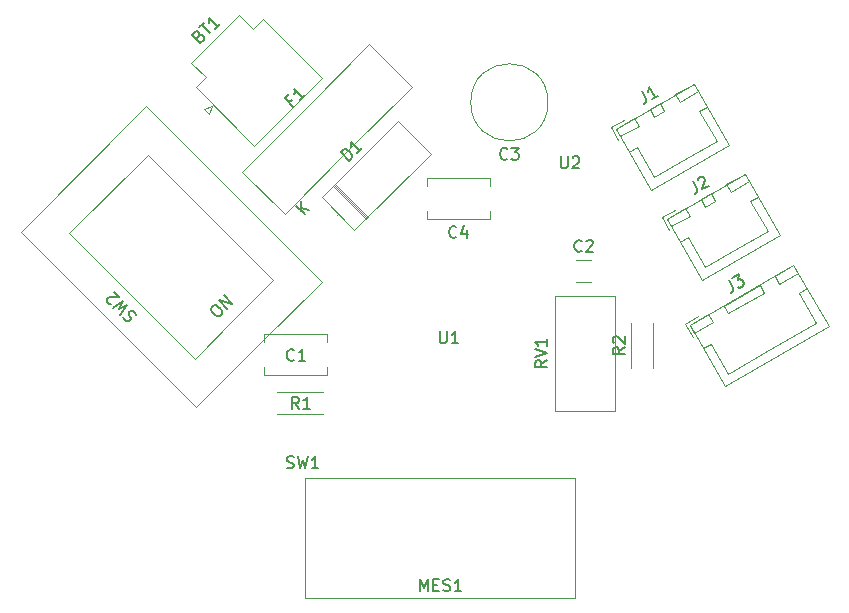
<source format=gbr>
%TF.GenerationSoftware,KiCad,Pcbnew,(6.0.11)*%
%TF.CreationDate,2023-09-02T14:35:36+09:00*%
%TF.ProjectId,psu_board,7073755f-626f-4617-9264-2e6b69636164,rev?*%
%TF.SameCoordinates,Original*%
%TF.FileFunction,Legend,Top*%
%TF.FilePolarity,Positive*%
%FSLAX46Y46*%
G04 Gerber Fmt 4.6, Leading zero omitted, Abs format (unit mm)*
G04 Created by KiCad (PCBNEW (6.0.11)) date 2023-09-02 14:35:36*
%MOMM*%
%LPD*%
G01*
G04 APERTURE LIST*
%ADD10C,0.150000*%
%ADD11C,0.120000*%
G04 APERTURE END LIST*
D10*
%TO.C,MES1*%
X61931904Y-126097380D02*
X61931904Y-125097380D01*
X62265238Y-125811666D01*
X62598571Y-125097380D01*
X62598571Y-126097380D01*
X63074761Y-125573571D02*
X63408095Y-125573571D01*
X63550952Y-126097380D02*
X63074761Y-126097380D01*
X63074761Y-125097380D01*
X63550952Y-125097380D01*
X63931904Y-126049761D02*
X64074761Y-126097380D01*
X64312857Y-126097380D01*
X64408095Y-126049761D01*
X64455714Y-126002142D01*
X64503333Y-125906904D01*
X64503333Y-125811666D01*
X64455714Y-125716428D01*
X64408095Y-125668809D01*
X64312857Y-125621190D01*
X64122380Y-125573571D01*
X64027142Y-125525952D01*
X63979523Y-125478333D01*
X63931904Y-125383095D01*
X63931904Y-125287857D01*
X63979523Y-125192619D01*
X64027142Y-125145000D01*
X64122380Y-125097380D01*
X64360476Y-125097380D01*
X64503333Y-125145000D01*
X65455714Y-126097380D02*
X64884285Y-126097380D01*
X65170000Y-126097380D02*
X65170000Y-125097380D01*
X65074761Y-125240238D01*
X64979523Y-125335476D01*
X64884285Y-125383095D01*
%TO.C,C4*%
X65033333Y-96097142D02*
X64985714Y-96144761D01*
X64842857Y-96192380D01*
X64747619Y-96192380D01*
X64604761Y-96144761D01*
X64509523Y-96049523D01*
X64461904Y-95954285D01*
X64414285Y-95763809D01*
X64414285Y-95620952D01*
X64461904Y-95430476D01*
X64509523Y-95335238D01*
X64604761Y-95240000D01*
X64747619Y-95192380D01*
X64842857Y-95192380D01*
X64985714Y-95240000D01*
X65033333Y-95287619D01*
X65890476Y-95525714D02*
X65890476Y-96192380D01*
X65652380Y-95144761D02*
X65414285Y-95859047D01*
X66033333Y-95859047D01*
%TO.C,SW1*%
X50676666Y-115644761D02*
X50819523Y-115692380D01*
X51057619Y-115692380D01*
X51152857Y-115644761D01*
X51200476Y-115597142D01*
X51248095Y-115501904D01*
X51248095Y-115406666D01*
X51200476Y-115311428D01*
X51152857Y-115263809D01*
X51057619Y-115216190D01*
X50867142Y-115168571D01*
X50771904Y-115120952D01*
X50724285Y-115073333D01*
X50676666Y-114978095D01*
X50676666Y-114882857D01*
X50724285Y-114787619D01*
X50771904Y-114740000D01*
X50867142Y-114692380D01*
X51105238Y-114692380D01*
X51248095Y-114740000D01*
X51581428Y-114692380D02*
X51819523Y-115692380D01*
X52010000Y-114978095D01*
X52200476Y-115692380D01*
X52438571Y-114692380D01*
X53343333Y-115692380D02*
X52771904Y-115692380D01*
X53057619Y-115692380D02*
X53057619Y-114692380D01*
X52962380Y-114835238D01*
X52867142Y-114930476D01*
X52771904Y-114978095D01*
%TO.C,U1*%
X63629095Y-104112380D02*
X63629095Y-104921904D01*
X63676714Y-105017142D01*
X63724333Y-105064761D01*
X63819571Y-105112380D01*
X64010047Y-105112380D01*
X64105285Y-105064761D01*
X64152904Y-105017142D01*
X64200523Y-104921904D01*
X64200523Y-104112380D01*
X65200523Y-105112380D02*
X64629095Y-105112380D01*
X64914809Y-105112380D02*
X64914809Y-104112380D01*
X64819571Y-104255238D01*
X64724333Y-104350476D01*
X64629095Y-104398095D01*
%TO.C,C3*%
X69353333Y-89477142D02*
X69305714Y-89524761D01*
X69162857Y-89572380D01*
X69067619Y-89572380D01*
X68924761Y-89524761D01*
X68829523Y-89429523D01*
X68781904Y-89334285D01*
X68734285Y-89143809D01*
X68734285Y-89000952D01*
X68781904Y-88810476D01*
X68829523Y-88715238D01*
X68924761Y-88620000D01*
X69067619Y-88572380D01*
X69162857Y-88572380D01*
X69305714Y-88620000D01*
X69353333Y-88667619D01*
X69686666Y-88572380D02*
X70305714Y-88572380D01*
X69972380Y-88953333D01*
X70115238Y-88953333D01*
X70210476Y-89000952D01*
X70258095Y-89048571D01*
X70305714Y-89143809D01*
X70305714Y-89381904D01*
X70258095Y-89477142D01*
X70210476Y-89524761D01*
X70115238Y-89572380D01*
X69829523Y-89572380D01*
X69734285Y-89524761D01*
X69686666Y-89477142D01*
%TO.C,J3*%
X88078016Y-99795361D02*
X88435159Y-100413951D01*
X88465348Y-100561478D01*
X88430488Y-100691576D01*
X88330580Y-100804244D01*
X88248101Y-100851863D01*
X88407930Y-99604885D02*
X88944041Y-99295361D01*
X88845842Y-99791942D01*
X88969560Y-99720514D01*
X89075848Y-99714134D01*
X89140897Y-99731564D01*
X89229756Y-99790233D01*
X89348803Y-99996429D01*
X89355183Y-100102717D01*
X89337753Y-100167766D01*
X89279084Y-100256625D01*
X89031648Y-100399482D01*
X88925360Y-100405862D01*
X88860311Y-100388432D01*
%TO.C,J2*%
X85030016Y-91413361D02*
X85387159Y-92031951D01*
X85417348Y-92179478D01*
X85382488Y-92309576D01*
X85282580Y-92422244D01*
X85200101Y-92469863D01*
X85448789Y-91281554D02*
X85466218Y-91216505D01*
X85524888Y-91127647D01*
X85731084Y-91008599D01*
X85837372Y-91002220D01*
X85902421Y-91019649D01*
X85991279Y-91078318D01*
X86038898Y-91160797D01*
X86069088Y-91308324D01*
X85859930Y-92088910D01*
X86396041Y-91779387D01*
%TO.C,SW2*%
X37880377Y-102689240D02*
X37813034Y-102554553D01*
X37644675Y-102386194D01*
X37543660Y-102352522D01*
X37476316Y-102352522D01*
X37375301Y-102386194D01*
X37307958Y-102453537D01*
X37274286Y-102554553D01*
X37274286Y-102621896D01*
X37307958Y-102722911D01*
X37408973Y-102891270D01*
X37442645Y-102992285D01*
X37442645Y-103059629D01*
X37408973Y-103160644D01*
X37341629Y-103227988D01*
X37240614Y-103261659D01*
X37173271Y-103261659D01*
X37072255Y-103227988D01*
X36903897Y-103059629D01*
X36836553Y-102924942D01*
X36567179Y-102722911D02*
X37105927Y-101847446D01*
X36466164Y-102217835D01*
X36836553Y-101578072D01*
X35961088Y-102116820D01*
X35792729Y-101813774D02*
X35725385Y-101813774D01*
X35624370Y-101780102D01*
X35456011Y-101611744D01*
X35422340Y-101510728D01*
X35422340Y-101443385D01*
X35456011Y-101342370D01*
X35523355Y-101275026D01*
X35658042Y-101207683D01*
X36466164Y-101207683D01*
X36028431Y-100769950D01*
X44311683Y-102083148D02*
X44446370Y-101948461D01*
X44547385Y-101914789D01*
X44682072Y-101914789D01*
X44850431Y-102015805D01*
X45086133Y-102251507D01*
X45187148Y-102419866D01*
X45187148Y-102554553D01*
X45153476Y-102655568D01*
X45018789Y-102790255D01*
X44917774Y-102823927D01*
X44783087Y-102823927D01*
X44614728Y-102722911D01*
X44379026Y-102487209D01*
X44278011Y-102318850D01*
X44278011Y-102184163D01*
X44311683Y-102083148D01*
X45624881Y-102184163D02*
X44917774Y-101477057D01*
X46028942Y-101780102D01*
X45321835Y-101072996D01*
%TO.C,D1*%
X55937862Y-89651687D02*
X55230755Y-88944581D01*
X55399114Y-88776222D01*
X55533801Y-88708878D01*
X55668488Y-88708878D01*
X55769503Y-88742550D01*
X55937862Y-88843565D01*
X56038877Y-88944581D01*
X56139893Y-89112939D01*
X56173564Y-89213955D01*
X56173564Y-89348642D01*
X56106221Y-89483329D01*
X55937862Y-89651687D01*
X57015358Y-88574191D02*
X56611297Y-88978252D01*
X56813328Y-88776222D02*
X56106221Y-88069115D01*
X56139892Y-88237474D01*
X56139893Y-88372161D01*
X56106221Y-88473176D01*
X52187503Y-94208149D02*
X51480396Y-93501042D01*
X52591564Y-93804088D02*
X51884457Y-93703073D01*
X51884457Y-93096981D02*
X51884457Y-93905103D01*
%TO.C,RV1*%
X72692380Y-106575238D02*
X72216190Y-106908571D01*
X72692380Y-107146666D02*
X71692380Y-107146666D01*
X71692380Y-106765714D01*
X71740000Y-106670476D01*
X71787619Y-106622857D01*
X71882857Y-106575238D01*
X72025714Y-106575238D01*
X72120952Y-106622857D01*
X72168571Y-106670476D01*
X72216190Y-106765714D01*
X72216190Y-107146666D01*
X71692380Y-106289523D02*
X72692380Y-105956190D01*
X71692380Y-105622857D01*
X72692380Y-104765714D02*
X72692380Y-105337142D01*
X72692380Y-105051428D02*
X71692380Y-105051428D01*
X71835238Y-105146666D01*
X71930476Y-105241904D01*
X71978095Y-105337142D01*
%TO.C,R1*%
X51705333Y-110672380D02*
X51372000Y-110196190D01*
X51133904Y-110672380D02*
X51133904Y-109672380D01*
X51514857Y-109672380D01*
X51610095Y-109720000D01*
X51657714Y-109767619D01*
X51705333Y-109862857D01*
X51705333Y-110005714D01*
X51657714Y-110100952D01*
X51610095Y-110148571D01*
X51514857Y-110196190D01*
X51133904Y-110196190D01*
X52657714Y-110672380D02*
X52086285Y-110672380D01*
X52372000Y-110672380D02*
X52372000Y-109672380D01*
X52276761Y-109815238D01*
X52181523Y-109910476D01*
X52086285Y-109958095D01*
%TO.C,U2*%
X73878095Y-89302380D02*
X73878095Y-90111904D01*
X73925714Y-90207142D01*
X73973333Y-90254761D01*
X74068571Y-90302380D01*
X74259047Y-90302380D01*
X74354285Y-90254761D01*
X74401904Y-90207142D01*
X74449523Y-90111904D01*
X74449523Y-89302380D01*
X74878095Y-89397619D02*
X74925714Y-89350000D01*
X75020952Y-89302380D01*
X75259047Y-89302380D01*
X75354285Y-89350000D01*
X75401904Y-89397619D01*
X75449523Y-89492857D01*
X75449523Y-89588095D01*
X75401904Y-89730952D01*
X74830476Y-90302380D01*
X75449523Y-90302380D01*
%TO.C,C2*%
X75643333Y-97287142D02*
X75595714Y-97334761D01*
X75452857Y-97382380D01*
X75357619Y-97382380D01*
X75214761Y-97334761D01*
X75119523Y-97239523D01*
X75071904Y-97144285D01*
X75024285Y-96953809D01*
X75024285Y-96810952D01*
X75071904Y-96620476D01*
X75119523Y-96525238D01*
X75214761Y-96430000D01*
X75357619Y-96382380D01*
X75452857Y-96382380D01*
X75595714Y-96430000D01*
X75643333Y-96477619D01*
X76024285Y-96477619D02*
X76071904Y-96430000D01*
X76167142Y-96382380D01*
X76405238Y-96382380D01*
X76500476Y-96430000D01*
X76548095Y-96477619D01*
X76595714Y-96572857D01*
X76595714Y-96668095D01*
X76548095Y-96810952D01*
X75976666Y-97382380D01*
X76595714Y-97382380D01*
%TO.C,F1*%
X51099713Y-84481117D02*
X50864010Y-84716819D01*
X51234400Y-85087209D02*
X50527293Y-84380102D01*
X50864010Y-84043384D01*
X52210880Y-84110728D02*
X51806819Y-84514789D01*
X52008850Y-84312758D02*
X51301743Y-83605652D01*
X51335415Y-83774010D01*
X51335415Y-83908697D01*
X51301743Y-84009713D01*
%TO.C,BT1*%
X43230176Y-79091344D02*
X43364863Y-79024000D01*
X43432206Y-79024000D01*
X43533222Y-79057672D01*
X43634237Y-79158687D01*
X43667909Y-79259703D01*
X43667909Y-79327046D01*
X43634237Y-79428061D01*
X43364863Y-79697435D01*
X42657756Y-78990329D01*
X42893458Y-78754626D01*
X42994474Y-78720955D01*
X43061817Y-78720955D01*
X43162832Y-78754626D01*
X43230176Y-78821970D01*
X43263848Y-78922985D01*
X43263848Y-78990329D01*
X43230176Y-79091344D01*
X42994474Y-79327046D01*
X43263848Y-78384237D02*
X43667909Y-77980176D01*
X44172985Y-78889313D02*
X43465878Y-78182206D01*
X44981107Y-78081191D02*
X44577046Y-78485252D01*
X44779077Y-78283222D02*
X44071970Y-77576115D01*
X44105642Y-77744474D01*
X44105642Y-77879161D01*
X44071970Y-77980176D01*
%TO.C,C1*%
X51288333Y-106512142D02*
X51240714Y-106559761D01*
X51097857Y-106607380D01*
X51002619Y-106607380D01*
X50859761Y-106559761D01*
X50764523Y-106464523D01*
X50716904Y-106369285D01*
X50669285Y-106178809D01*
X50669285Y-106035952D01*
X50716904Y-105845476D01*
X50764523Y-105750238D01*
X50859761Y-105655000D01*
X51002619Y-105607380D01*
X51097857Y-105607380D01*
X51240714Y-105655000D01*
X51288333Y-105702619D01*
X52240714Y-106607380D02*
X51669285Y-106607380D01*
X51955000Y-106607380D02*
X51955000Y-105607380D01*
X51859761Y-105750238D01*
X51764523Y-105845476D01*
X51669285Y-105893095D01*
%TO.C,R2*%
X79272380Y-105476666D02*
X78796190Y-105810000D01*
X79272380Y-106048095D02*
X78272380Y-106048095D01*
X78272380Y-105667142D01*
X78320000Y-105571904D01*
X78367619Y-105524285D01*
X78462857Y-105476666D01*
X78605714Y-105476666D01*
X78700952Y-105524285D01*
X78748571Y-105571904D01*
X78796190Y-105667142D01*
X78796190Y-106048095D01*
X78367619Y-105095714D02*
X78320000Y-105048095D01*
X78272380Y-104952857D01*
X78272380Y-104714761D01*
X78320000Y-104619523D01*
X78367619Y-104571904D01*
X78462857Y-104524285D01*
X78558095Y-104524285D01*
X78700952Y-104571904D01*
X79272380Y-105143333D01*
X79272380Y-104524285D01*
%TO.C,J1*%
X80712016Y-83793361D02*
X81069159Y-84411951D01*
X81099348Y-84559478D01*
X81064488Y-84689576D01*
X80964580Y-84802244D01*
X80882101Y-84849863D01*
X82078041Y-84159387D02*
X81583170Y-84445101D01*
X81830605Y-84302244D02*
X81330605Y-83436218D01*
X81319555Y-83607555D01*
X81284696Y-83737653D01*
X81226027Y-83826511D01*
D11*
%TO.C,MES1*%
X75100000Y-126661000D02*
X63670000Y-126661000D01*
X52240000Y-126661000D02*
X52240000Y-116501000D01*
X52240000Y-116501000D02*
X63670000Y-116501000D01*
X75100000Y-116501000D02*
X75100000Y-126661000D01*
X63670000Y-126661000D02*
X52240000Y-126661000D01*
X63670000Y-116501000D02*
X75100000Y-116501000D01*
%TO.C,C4*%
X67870000Y-94611000D02*
X67870000Y-93945000D01*
X67870000Y-91835000D02*
X67870000Y-91169000D01*
X62530000Y-91835000D02*
X62530000Y-91169000D01*
X67870000Y-94611000D02*
X62530000Y-94611000D01*
X62530000Y-94611000D02*
X62530000Y-93945000D01*
X67870000Y-91169000D02*
X62530000Y-91169000D01*
%TO.C,C3*%
X72790000Y-84720000D02*
G75*
G03*
X72790000Y-84720000I-3270000J0D01*
G01*
%TO.C,J3*%
X85192072Y-104230094D02*
X86750918Y-103330094D01*
X93567589Y-98516915D02*
X84803412Y-103576915D01*
X84407265Y-103470767D02*
X85032265Y-104553299D01*
X87788412Y-108747086D02*
X96552589Y-103687086D01*
X94039410Y-100854132D02*
X95514410Y-103408907D01*
X93563929Y-98530575D02*
X92005083Y-99430575D01*
X86591591Y-105154132D02*
X88066591Y-107708907D01*
X96552589Y-103687086D02*
X93567589Y-98516915D01*
X90706045Y-100180575D02*
X87674956Y-101930575D01*
X88049956Y-102580094D02*
X91081045Y-100830094D01*
X87674956Y-101930575D02*
X88049956Y-102580094D01*
X91081045Y-100830094D02*
X90706045Y-100180575D01*
X86375918Y-102680575D02*
X84817072Y-103580575D01*
X93938929Y-99180094D02*
X93563929Y-98530575D01*
X94688929Y-100479132D02*
X94039410Y-100854132D01*
X88066591Y-107708907D02*
X91790501Y-105558907D01*
X95514410Y-103408907D02*
X91790501Y-105558907D01*
X92380083Y-100080094D02*
X93938929Y-99180094D01*
X85489796Y-102845767D02*
X84407265Y-103470767D01*
X84817072Y-103580575D02*
X85192072Y-104230094D01*
X92005083Y-99430575D02*
X92380083Y-100080094D01*
X86750918Y-103330094D02*
X86375918Y-102680575D01*
X85942072Y-105529132D02*
X86591591Y-105154132D01*
X84803412Y-103576915D02*
X87788412Y-108747086D01*
%TO.C,J2*%
X84410450Y-93673575D02*
X82851604Y-94573575D01*
X85822944Y-99740086D02*
X92422058Y-95930086D01*
X90558397Y-92722132D02*
X89908878Y-93097132D01*
X87874552Y-91673575D02*
X88249552Y-92323094D01*
X86101123Y-98701907D02*
X88742501Y-97176907D01*
X89437058Y-90759915D02*
X82837944Y-94569915D01*
X86084488Y-93573094D02*
X86950513Y-93073094D01*
X83976604Y-96522132D02*
X84626123Y-96147132D01*
X86575513Y-92423575D02*
X85709488Y-92923575D01*
X83226604Y-95223094D02*
X84785450Y-94323094D01*
X89908878Y-93097132D02*
X91383878Y-95651907D01*
X82441797Y-94463767D02*
X83066797Y-95546299D01*
X89433397Y-90773575D02*
X87874552Y-91673575D01*
X84785450Y-94323094D02*
X84410450Y-93673575D01*
X82837944Y-94569915D02*
X85822944Y-99740086D01*
X84626123Y-96147132D02*
X86101123Y-98701907D01*
X88249552Y-92323094D02*
X89808397Y-91423094D01*
X91383878Y-95651907D02*
X88742501Y-97176907D01*
X85709488Y-92923575D02*
X86084488Y-93573094D01*
X82851604Y-94573575D02*
X83226604Y-95223094D01*
X92422058Y-95930086D02*
X89437058Y-90759915D01*
X83524328Y-93838767D02*
X82441797Y-94463767D01*
X89808397Y-91423094D02*
X89433397Y-90773575D01*
X86950513Y-93073094D02*
X86575513Y-92423575D01*
%TO.C,SW2*%
X48318621Y-105214621D02*
X53621922Y-99911320D01*
X53621922Y-99911320D02*
X38772680Y-85062078D01*
X32267297Y-95810101D02*
X42873899Y-106416703D01*
X46197301Y-103093301D02*
X49520703Y-99769899D01*
X42873899Y-106416703D02*
X46197301Y-103093301D01*
X38914101Y-89163297D02*
X32267297Y-95810101D01*
X28166078Y-95668680D02*
X43015320Y-110517922D01*
X43015320Y-110517922D02*
X48318621Y-105214621D01*
X38772680Y-85062078D02*
X28166078Y-95668680D01*
X49520703Y-99769899D02*
X38914101Y-89163297D01*
%TO.C,D1*%
X60078478Y-86285523D02*
X53615522Y-92748479D01*
X54729215Y-91634785D02*
X57515216Y-94420786D01*
X61570473Y-87579528D02*
X61471478Y-87678523D01*
X62864478Y-89071523D02*
X60078478Y-86285523D01*
X53615522Y-92748479D02*
X56401522Y-95534479D01*
X54909527Y-94240474D02*
X55008522Y-94141479D01*
X56401522Y-95534479D02*
X62864478Y-89071523D01*
X54559509Y-91804491D02*
X57345510Y-94590492D01*
X54644362Y-91719638D02*
X57430363Y-94505639D01*
%TO.C,RV1*%
X73370000Y-110865000D02*
X73370000Y-101095000D01*
X78440000Y-110865000D02*
X78440000Y-101095000D01*
X73370000Y-110865000D02*
X78440000Y-110865000D01*
X73370000Y-101095000D02*
X78440000Y-101095000D01*
%TO.C,R1*%
X49870000Y-111070000D02*
X53710000Y-111070000D01*
X49870000Y-109230000D02*
X53710000Y-109230000D01*
%TO.C,C2*%
X75181000Y-99900000D02*
X76439000Y-99900000D01*
X75181000Y-98060000D02*
X76439000Y-98060000D01*
%TO.C,F1*%
X46895795Y-90582102D02*
X50487897Y-94174205D01*
X55876051Y-88786051D02*
X61264205Y-83397897D01*
X57672102Y-79805795D02*
X52283949Y-85193949D01*
X61264205Y-83397897D02*
X57672102Y-79805795D01*
X50487897Y-94174205D02*
X55876051Y-88786051D01*
X52283949Y-85193949D02*
X46895795Y-90582102D01*
%TO.C,BT1*%
X43800913Y-82567280D02*
X42598831Y-81365198D01*
X44090827Y-85685620D02*
X43666563Y-85261356D01*
X43666563Y-85261356D02*
X44302959Y-85049224D01*
X42952385Y-83415808D02*
X43800913Y-82567280D01*
X47817279Y-78550913D02*
X48665808Y-77702385D01*
X42598831Y-81365198D02*
X46615198Y-77348831D01*
X53629697Y-82666274D02*
X47916274Y-88379697D01*
X46615198Y-77348831D02*
X47817279Y-78550913D01*
X44302959Y-85049224D02*
X44090827Y-85685620D01*
X47916274Y-88379697D02*
X42952385Y-83415808D01*
X48665808Y-77702385D02*
X53629697Y-82666274D01*
%TO.C,C1*%
X54105000Y-104990000D02*
X54105000Y-104324000D01*
X48765000Y-107766000D02*
X48765000Y-107100000D01*
X54105000Y-107766000D02*
X54105000Y-107100000D01*
X54105000Y-107766000D02*
X48765000Y-107766000D01*
X48765000Y-104990000D02*
X48765000Y-104324000D01*
X54105000Y-104324000D02*
X48765000Y-104324000D01*
%TO.C,R2*%
X81660000Y-107230000D02*
X81660000Y-103390000D01*
X79820000Y-107230000D02*
X79820000Y-103390000D01*
%TO.C,J1*%
X85490397Y-83803094D02*
X85115397Y-83153575D01*
X81783123Y-91081907D02*
X84424501Y-89556907D01*
X87065878Y-88031907D02*
X84424501Y-89556907D01*
X85119058Y-83139915D02*
X78519944Y-86949915D01*
X80308123Y-88527132D02*
X81783123Y-91081907D01*
X81766488Y-85953094D02*
X82632513Y-85453094D01*
X78123797Y-86843767D02*
X78748797Y-87926299D01*
X78533604Y-86953575D02*
X78908604Y-87603094D01*
X85590878Y-85477132D02*
X87065878Y-88031907D01*
X86240397Y-85102132D02*
X85590878Y-85477132D01*
X85115397Y-83153575D02*
X83556552Y-84053575D01*
X82257513Y-84803575D02*
X81391488Y-85303575D01*
X78908604Y-87603094D02*
X80467450Y-86703094D01*
X78519944Y-86949915D02*
X81504944Y-92120086D01*
X83556552Y-84053575D02*
X83931552Y-84703094D01*
X81391488Y-85303575D02*
X81766488Y-85953094D01*
X79206328Y-86218767D02*
X78123797Y-86843767D01*
X83931552Y-84703094D02*
X85490397Y-83803094D01*
X88104058Y-88310086D02*
X85119058Y-83139915D01*
X79658604Y-88902132D02*
X80308123Y-88527132D01*
X80467450Y-86703094D02*
X80092450Y-86053575D01*
X81504944Y-92120086D02*
X88104058Y-88310086D01*
X80092450Y-86053575D02*
X78533604Y-86953575D01*
X82632513Y-85453094D02*
X82257513Y-84803575D01*
%TD*%
M02*

</source>
